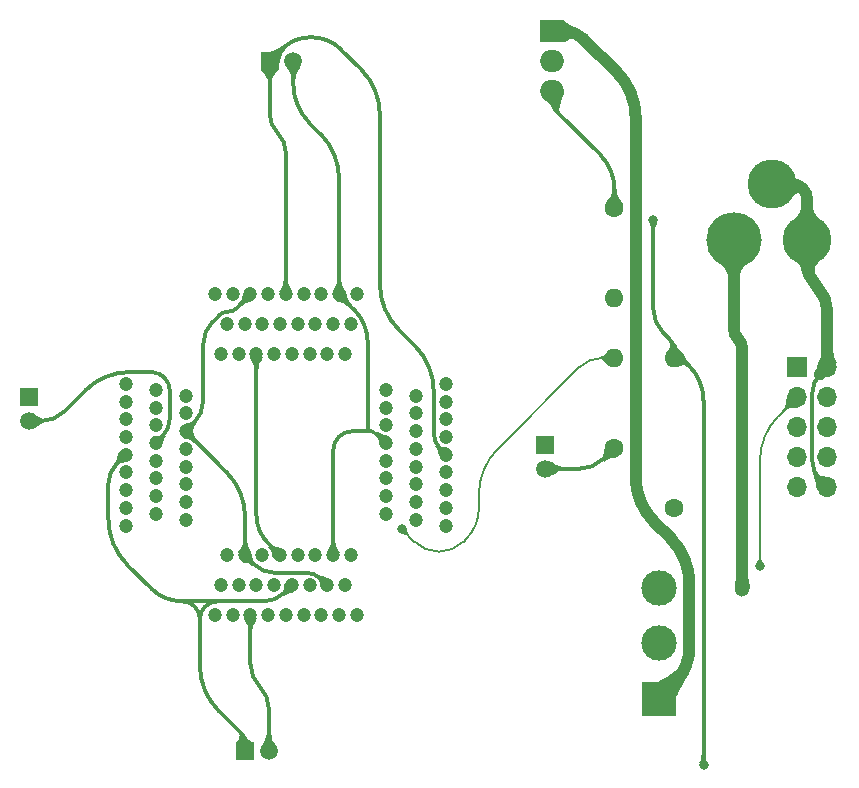
<source format=gbl>
%TF.GenerationSoftware,KiCad,Pcbnew,8.0.7*%
%TF.CreationDate,2025-02-06T16:04:56+02:00*%
%TF.ProjectId,EPM570 Programmer,45504d35-3730-4205-9072-6f6772616d6d,V0*%
%TF.SameCoordinates,Original*%
%TF.FileFunction,Copper,L2,Bot*%
%TF.FilePolarity,Positive*%
%FSLAX46Y46*%
G04 Gerber Fmt 4.6, Leading zero omitted, Abs format (unit mm)*
G04 Created by KiCad (PCBNEW 8.0.7) date 2025-02-06 16:04:56*
%MOMM*%
%LPD*%
G01*
G04 APERTURE LIST*
%TA.AperFunction,ComponentPad*%
%ADD10R,1.500000X1.500000*%
%TD*%
%TA.AperFunction,ComponentPad*%
%ADD11C,1.500000*%
%TD*%
%TA.AperFunction,ComponentPad*%
%ADD12C,4.700000*%
%TD*%
%TA.AperFunction,ComponentPad*%
%ADD13C,4.150000*%
%TD*%
%TA.AperFunction,ComponentPad*%
%ADD14R,3.000000X3.000000*%
%TD*%
%TA.AperFunction,ComponentPad*%
%ADD15C,3.000000*%
%TD*%
%TA.AperFunction,ComponentPad*%
%ADD16R,2.000000X1.905000*%
%TD*%
%TA.AperFunction,ComponentPad*%
%ADD17O,2.000000X1.905000*%
%TD*%
%TA.AperFunction,ComponentPad*%
%ADD18C,1.600000*%
%TD*%
%TA.AperFunction,ComponentPad*%
%ADD19O,1.600000X1.600000*%
%TD*%
%TA.AperFunction,ComponentPad*%
%ADD20R,1.700000X1.700000*%
%TD*%
%TA.AperFunction,ComponentPad*%
%ADD21O,1.700000X1.700000*%
%TD*%
%TA.AperFunction,ComponentPad*%
%ADD22C,1.200000*%
%TD*%
%TA.AperFunction,ViaPad*%
%ADD23C,1.300000*%
%TD*%
%TA.AperFunction,ViaPad*%
%ADD24C,0.800000*%
%TD*%
%TA.AperFunction,Conductor*%
%ADD25C,0.380000*%
%TD*%
%TA.AperFunction,Conductor*%
%ADD26C,1.000000*%
%TD*%
%TA.AperFunction,Conductor*%
%ADD27C,0.200000*%
%TD*%
G04 APERTURE END LIST*
D10*
%TO.P,C1,1*%
%TO.N,/VCCINT*%
X10356000Y20320000D03*
D11*
%TO.P,C1,2*%
%TO.N,/GND*%
X12356000Y20320000D03*
%TD*%
D12*
%TO.P,J2,INNER,VCC*%
%TO.N,/12V Socket*%
X49657000Y5207000D03*
D13*
%TO.P,J2,SHL1,GND*%
%TO.N,/GND*%
X52857000Y9907000D03*
%TO.P,J2,SHL2,GND*%
X55857000Y5207000D03*
%TD*%
D14*
%TO.P,S2,1,P1*%
%TO.N,/12V*%
X43344000Y-33638000D03*
D15*
%TO.P,S2,2,CM*%
%TO.N,/12V Socket*%
X43344000Y-28939000D03*
%TO.P,S2,3,P2*%
%TO.N,unconnected-(S2-P2-Pad3)*%
X43344000Y-24240000D03*
%TD*%
D16*
%TO.P,U1,1,IN*%
%TO.N,/12V*%
X34290000Y22860000D03*
D17*
%TO.P,U1,2,GND*%
%TO.N,/GND*%
X34290000Y20320000D03*
%TO.P,U1,3,OUT*%
%TO.N,/5V*%
X34290000Y17780000D03*
%TD*%
D18*
%TO.P,R1,1*%
%TO.N,Net-(J3-Pin_4)*%
X44614000Y-17509000D03*
D19*
%TO.P,R1,2*%
%TO.N,/5V*%
X44614000Y-4809000D03*
%TD*%
D10*
%TO.P,C3,1*%
%TO.N,/VCCIO*%
X33692000Y-12191000D03*
D11*
%TO.P,C3,2*%
%TO.N,/GND*%
X33692000Y-14191000D03*
%TD*%
D20*
%TO.P,J3,1,Pin_1*%
%TO.N,/TCK*%
X55028000Y-5571000D03*
D21*
%TO.P,J3,2,Pin_2*%
%TO.N,/GND*%
X57568000Y-5571000D03*
%TO.P,J3,3,Pin_3*%
%TO.N,/TDO*%
X55028000Y-8111000D03*
%TO.P,J3,4,Pin_4*%
%TO.N,Net-(J3-Pin_4)*%
X57568000Y-8111000D03*
%TO.P,J3,5,Pin_5*%
%TO.N,/TMS*%
X55028000Y-10651000D03*
%TO.P,J3,6,Pin_6*%
%TO.N,unconnected-(J3-Pin_6-Pad6)*%
X57568000Y-10651000D03*
%TO.P,J3,7,Pin_7*%
%TO.N,unconnected-(J3-Pin_7-Pad7)*%
X55028000Y-13191000D03*
%TO.P,J3,8,Pin_8*%
%TO.N,unconnected-(J3-Pin_8-Pad8)*%
X57568000Y-13191000D03*
%TO.P,J3,9,Pin_9*%
%TO.N,/TDI*%
X55028000Y-15731000D03*
%TO.P,J3,10,Pin_10*%
%TO.N,/GND*%
X57568000Y-15731000D03*
%TD*%
D18*
%TO.P,R2,1*%
%TO.N,/GND*%
X39534000Y-12429000D03*
D19*
%TO.P,R2,2*%
%TO.N,/TCK*%
X39534000Y-4809000D03*
%TD*%
D18*
%TO.P,R3,1*%
%TO.N,/5V*%
X39534000Y7891000D03*
D19*
%TO.P,R3,2*%
%TO.N,/TMS*%
X39534000Y271000D03*
%TD*%
D22*
%TO.P,J1,100,100*%
%TO.N,/IO100*%
X5730000Y580000D03*
%TO.P,J1,99,99*%
%TO.N,/IO99*%
X6230000Y-4500000D03*
%TO.P,J1,98,98*%
%TO.N,/IO98*%
X6730000Y-1960000D03*
%TO.P,J1,97,97*%
%TO.N,/IO97*%
X7230000Y580000D03*
%TO.P,J1,96,96*%
%TO.N,/IO96*%
X7730000Y-4500000D03*
%TO.P,J1,95,95*%
%TO.N,/IO95*%
X8230000Y-1960000D03*
%TO.P,J1,94,94*%
%TO.N,/VCCIO*%
X8730000Y580000D03*
%TO.P,J1,93,93*%
%TO.N,/GND*%
X9230000Y-4500000D03*
%TO.P,J1,92,92*%
%TO.N,/IO92*%
X9730000Y-1960000D03*
%TO.P,J1,91,91*%
%TO.N,/IO91*%
X10230000Y580000D03*
%TO.P,J1,90,90*%
%TO.N,/IO90*%
X10730000Y-4500000D03*
%TO.P,J1,89,89*%
%TO.N,/IO89*%
X11230000Y-1960000D03*
%TO.P,J1,88,88*%
%TO.N,/VCCINT*%
X11730000Y580000D03*
%TO.P,J1,87,87*%
%TO.N,/IO87*%
X12230000Y-4500000D03*
%TO.P,J1,86,86*%
%TO.N,/IO86*%
X12730000Y-1960000D03*
%TO.P,J1,85,85*%
%TO.N,/IO85*%
X13230000Y580000D03*
%TO.P,J1,84,84*%
%TO.N,/IO84*%
X13730000Y-4500000D03*
%TO.P,J1,83,83*%
%TO.N,/IO83*%
X14230000Y-1960000D03*
%TO.P,J1,82,82*%
%TO.N,/IO82*%
X14730000Y580000D03*
%TO.P,J1,81,81*%
%TO.N,/IO81*%
X15230000Y-4500000D03*
%TO.P,J1,80,80*%
%TO.N,/VCCIO*%
X15730000Y-1960000D03*
%TO.P,J1,79,79*%
%TO.N,/GND*%
X16230000Y580000D03*
%TO.P,J1,78,78*%
%TO.N,/IO78*%
X16730000Y-4500000D03*
%TO.P,J1,77,77*%
%TO.N,/IO77*%
X17230000Y-1960000D03*
%TO.P,J1,76,76*%
%TO.N,/IO76*%
X17730000Y580000D03*
%TO.P,J1,75,75*%
%TO.N,/IO75*%
X25310000Y-7000000D03*
%TO.P,J1,74,74*%
%TO.N,/IO74*%
X20230000Y-7500000D03*
%TO.P,J1,73,73*%
%TO.N,/IO73*%
X22770000Y-8000000D03*
%TO.P,J1,72,72*%
%TO.N,/IO72*%
X25310000Y-8500000D03*
%TO.P,J1,71,71*%
%TO.N,/IO71*%
X20230000Y-9000000D03*
%TO.P,J1,70,70*%
%TO.N,/IO70*%
X22770000Y-9500000D03*
%TO.P,J1,69,69*%
%TO.N,/IO69*%
X25310000Y-10000000D03*
%TO.P,J1,68,68*%
%TO.N,/IO68*%
X20230000Y-10500000D03*
%TO.P,J1,67,67*%
%TO.N,/IO67*%
X22770000Y-11000000D03*
%TO.P,J1,66,66*%
%TO.N,/IO66*%
X25310000Y-11500000D03*
%TO.P,J1,65,65*%
%TO.N,/GND*%
X20230000Y-12000000D03*
%TO.P,J1,64,64*%
%TO.N,/IO64{slash}GCLK3*%
X22770000Y-12500000D03*
%TO.P,J1,63,63*%
%TO.N,/VCCINT*%
X25310000Y-13000000D03*
%TO.P,J1,62,62*%
%TO.N,/IO62{slash}GCLK2*%
X20230000Y-13500000D03*
%TO.P,J1,61,61*%
%TO.N,/IO61*%
X22770000Y-14000000D03*
%TO.P,J1,60,60*%
%TO.N,/GND*%
X25310000Y-14500000D03*
%TO.P,J1,59,59*%
%TO.N,/VCCIO*%
X20230000Y-15000000D03*
%TO.P,J1,58,58*%
%TO.N,/IO58*%
X22770000Y-15500000D03*
%TO.P,J1,57,57*%
%TO.N,/IO57*%
X25310000Y-16000000D03*
%TO.P,J1,56,56*%
%TO.N,/IO56*%
X20230000Y-16500000D03*
%TO.P,J1,55,55*%
%TO.N,/IO55*%
X22770000Y-17000000D03*
%TO.P,J1,54,54*%
%TO.N,/IO54*%
X25310000Y-17500000D03*
%TO.P,J1,53,53*%
%TO.N,/IO53*%
X20230000Y-18000000D03*
%TO.P,J1,52,52*%
%TO.N,/IO52*%
X22770000Y-18500000D03*
%TO.P,J1,51,51*%
%TO.N,/IO51*%
X25310000Y-19000000D03*
%TO.P,J1,50,50*%
%TO.N,/IO50*%
X17730000Y-26580000D03*
%TO.P,J1,49,49*%
%TO.N,/IO49*%
X17230000Y-21500000D03*
%TO.P,J1,48,48*%
%TO.N,/IO48*%
X16730000Y-24040000D03*
%TO.P,J1,47,47*%
%TO.N,/IO47*%
X16230000Y-26580000D03*
%TO.P,J1,46,46*%
%TO.N,/GND*%
X15730000Y-21500000D03*
%TO.P,J1,45,45*%
%TO.N,/VCCIO*%
X15230000Y-24040000D03*
%TO.P,J1,44,44*%
%TO.N,/IO44{slash}DEV CLR*%
X14730000Y-26580000D03*
%TO.P,J1,43,43*%
%TO.N,/IO43{slash}DEV OE*%
X14230000Y-21500000D03*
%TO.P,J1,42,42*%
%TO.N,/IO42*%
X13730000Y-24040000D03*
%TO.P,J1,41,41*%
%TO.N,/IO41*%
X13230000Y-26580000D03*
%TO.P,J1,40,40*%
%TO.N,/IO40*%
X12730000Y-21500000D03*
%TO.P,J1,39,39*%
%TO.N,/VCCINT*%
X12230000Y-24040000D03*
%TO.P,J1,38,38*%
%TO.N,/IO38*%
X11730000Y-26580000D03*
%TO.P,J1,37,37*%
%TO.N,/GND*%
X11230000Y-21500000D03*
%TO.P,J1,36,36*%
%TO.N,/IO36*%
X10730000Y-24040000D03*
%TO.P,J1,35,35*%
%TO.N,/IO35*%
X10230000Y-26580000D03*
%TO.P,J1,34,34*%
%TO.N,/IO34*%
X9730000Y-21500000D03*
%TO.P,J1,33,33*%
%TO.N,/IO33*%
X9230000Y-24040000D03*
%TO.P,J1,32,32*%
%TO.N,/GND*%
X8730000Y-26580000D03*
%TO.P,J1,31,31*%
%TO.N,/VCCIO*%
X8230000Y-21500000D03*
%TO.P,J1,30,30*%
%TO.N,/IO30*%
X7730000Y-24040000D03*
%TO.P,J1,29,29*%
%TO.N,/IO29*%
X7230000Y-26580000D03*
%TO.P,J1,28,28*%
%TO.N,/IO28*%
X6730000Y-21500000D03*
%TO.P,J1,27,27*%
%TO.N,/IO27*%
X6230000Y-24040000D03*
%TO.P,J1,26,26*%
%TO.N,/IO26*%
X5730000Y-26580000D03*
%TO.P,J1,25,25*%
%TO.N,/TDO*%
X-1850000Y-19000000D03*
%TO.P,J1,24,24*%
%TO.N,/TCK*%
X3230000Y-18500000D03*
%TO.P,J1,23,23*%
%TO.N,/TDI*%
X690000Y-18000000D03*
%TO.P,J1,22,22*%
%TO.N,/TMS*%
X-1850000Y-17500000D03*
%TO.P,J1,21,21*%
%TO.N,/IO21*%
X3230000Y-17000000D03*
%TO.P,J1,20,20*%
%TO.N,/IO20*%
X690000Y-16500000D03*
%TO.P,J1,19,19*%
%TO.N,/IO19*%
X-1850000Y-16000000D03*
%TO.P,J1,18,18*%
%TO.N,/IO18*%
X3230000Y-15500000D03*
%TO.P,J1,17,17*%
%TO.N,/IO17*%
X690000Y-15000000D03*
%TO.P,J1,16,16*%
%TO.N,/IO16*%
X-1850000Y-14500000D03*
%TO.P,J1,15,15*%
%TO.N,/IO15*%
X3230000Y-14000000D03*
%TO.P,J1,14,14*%
%TO.N,/IO14{slash}GCLK1*%
X690000Y-13500000D03*
%TO.P,J1,13,13*%
%TO.N,/VCCINT*%
X-1850000Y-13000000D03*
%TO.P,J1,12,12*%
%TO.N,/IO12{slash}GCLK0*%
X3230000Y-12500000D03*
%TO.P,J1,11,11*%
%TO.N,/GND*%
X690000Y-12000000D03*
%TO.P,J1,10,10*%
X-1850000Y-11500000D03*
%TO.P,J1,9,9*%
%TO.N,/VCCIO*%
X3230000Y-11000000D03*
%TO.P,J1,8,8*%
%TO.N,/IO8*%
X690000Y-10500000D03*
%TO.P,J1,7,7*%
%TO.N,/IO7*%
X-1850000Y-10000000D03*
%TO.P,J1,6,6*%
%TO.N,/IO6*%
X3230000Y-9500000D03*
%TO.P,J1,5,5*%
%TO.N,/IO5*%
X690000Y-9000000D03*
%TO.P,J1,4,4*%
%TO.N,/IO4*%
X-1850000Y-8500000D03*
%TO.P,J1,3,3*%
%TO.N,/IO3*%
X3230000Y-8000000D03*
%TO.P,J1,2,2*%
%TO.N,/IO2*%
X690000Y-7500000D03*
%TO.P,J1,1,1*%
%TO.N,/IO1*%
X-1850000Y-7000000D03*
%TD*%
D10*
%TO.P,C2,1*%
%TO.N,/VCCINT*%
X8292000Y-38083000D03*
D11*
%TO.P,C2,2*%
%TO.N,/GND*%
X10292000Y-38083000D03*
%TD*%
D10*
%TO.P,C4,1*%
%TO.N,/VCCIO*%
X-9996000Y-8127000D03*
D11*
%TO.P,C4,2*%
%TO.N,/GND*%
X-9996000Y-10127000D03*
%TD*%
D23*
%TO.N,/12V Socket*%
X50376500Y-24385200D03*
D24*
%TO.N,/5V*%
X47085700Y-39224700D03*
X42813900Y6887400D03*
%TO.N,/TCK*%
X21542400Y-19287800D03*
%TO.N,/TDO*%
X51862000Y-22438300D03*
%TD*%
D25*
%TO.N,/5V*%
X34290000Y17107900D02*
G75*
G03*
X34765245Y15960552I1622600J0D01*
G01*
X45849850Y-5448950D02*
G75*
G02*
X47085718Y-8432555I-2983650J-2983650D01*
G01*
X44192670Y-3195970D02*
G75*
G02*
X44614038Y-4213150I-1017170J-1017230D01*
G01*
X38366990Y12358809D02*
G75*
G02*
X39534005Y9541400I-2817390J-2817409D01*
G01*
X42813900Y-544337D02*
G75*
G03*
X43713961Y-2717239I3073000J37D01*
G01*
%TO.N,/VCCINT*%
X24243800Y-11179882D02*
G75*
G03*
X24776895Y-12466905I1820100J-18D01*
G01*
X11550000Y-24720000D02*
G75*
G02*
X9908334Y-25400014I-1641700J1641700D01*
G01*
X16420235Y21298764D02*
G75*
G03*
X13877500Y22351991I-2542735J-2542764D01*
G01*
X10356000Y15888564D02*
G75*
G03*
X11043001Y14230001I2345550J-4D01*
G01*
X4445000Y-30840336D02*
G75*
G03*
X6038792Y-34688092I5441552J1D01*
G01*
X19685000Y1445363D02*
G75*
G03*
X21278790Y-2402394I5441550J-3D01*
G01*
X-2576000Y-13726000D02*
G75*
G03*
X-3302000Y-15478719I1752726J-1752722D01*
G01*
X-3302000Y-18447036D02*
G75*
G03*
X-1708206Y-22294791I5441560J6D01*
G01*
X11043000Y14230000D02*
G75*
G02*
X11730015Y12571435I-1658600J-1658600D01*
G01*
X18091207Y19627792D02*
G75*
G02*
X19685001Y15780036I-3847767J-3847762D01*
G01*
X4445000Y-26924000D02*
G75*
G03*
X2921000Y-25400000I-1524000J0D01*
G01*
X5969000Y-25400000D02*
G75*
G03*
X4445000Y-26924000I0J-1524000D01*
G01*
X13824840Y22352000D02*
G75*
G03*
X11372000Y21336000I0J-3468840D01*
G01*
X22650007Y-3773607D02*
G75*
G02*
X24243811Y-7621363I-3847807J-3847793D01*
G01*
X7888348Y-36537648D02*
G75*
G02*
X8292022Y-37512150I-974548J-974552D01*
G01*
X319369Y-24322369D02*
G75*
G03*
X2921000Y-25399998I2601631J2601639D01*
G01*
X2921000Y-25400000D02*
X5969000Y-25400000D01*
%TO.N,/GND*%
X14636206Y14192792D02*
G75*
G02*
X16230003Y10345036I-3847756J-3847762D01*
G01*
X9230000Y-18085786D02*
G75*
G03*
X10229999Y-20500001I3414210J-4D01*
G01*
D26*
X55487000Y9537000D02*
G75*
G03*
X54593740Y9907017I-893300J-893300D01*
G01*
D25*
X-1450036Y-5990000D02*
G75*
G03*
X-5297792Y-7583792I1J-5441552D01*
G01*
D26*
X55487000Y9537000D02*
G75*
G02*
X55857017Y8643740I-893300J-893300D01*
G01*
X56712500Y1199500D02*
G75*
G02*
X57568017Y-865859I-2065400J-2065400D01*
G01*
D25*
X19439577Y-11209577D02*
G75*
G03*
X18953650Y-11008334I-485877J-485923D01*
G01*
X9511000Y-32625000D02*
G75*
G02*
X10292000Y-34510500I-1885500J-1885500D01*
G01*
X8730000Y-30739499D02*
G75*
G03*
X9511000Y-32625000I2666500J-1D01*
G01*
X18384350Y-11008300D02*
G75*
G03*
X18669000Y-10723650I-50J284700D01*
G01*
X18669000Y-10723650D02*
G75*
G03*
X18953650Y-11008300I284700J50D01*
G01*
X17347825Y-11008300D02*
G75*
G03*
X16203843Y-11482143I-25J-1617800D01*
G01*
X1441900Y-6453100D02*
G75*
G02*
X1904999Y-7571122I-1118020J-1118020D01*
G01*
X1441900Y-6453100D02*
G75*
G03*
X323877Y-5990001I-1118020J-1118020D01*
G01*
X17449500Y-639500D02*
G75*
G02*
X18668986Y-3583633I-2944100J-2944100D01*
G01*
X16203850Y-11482150D02*
G75*
G03*
X15730010Y-12626125I1143950J-1143950D01*
G01*
D26*
X55857000Y3264859D02*
G75*
G03*
X56712512Y1199512I2920900J41D01*
G01*
D25*
X12356000Y18396500D02*
G75*
G03*
X13716128Y15112889I4643700J0D01*
G01*
D26*
X57568000Y-4672974D02*
G75*
G02*
X56933008Y-6206008I-2168000J-26D01*
G01*
D25*
X56298000Y-13562974D02*
G75*
G03*
X56932992Y-15096008I2168000J-26D01*
G01*
X56933000Y-6206000D02*
G75*
G03*
X56298011Y-7739025I1533000J-1533000D01*
G01*
X38653000Y-13310000D02*
G75*
G02*
X36526077Y-14190991I-2126900J2126900D01*
G01*
X1905000Y-9925865D02*
G75*
G02*
X1297500Y-11392500I-2074146J4D01*
G01*
X-7079092Y-9365092D02*
G75*
G02*
X-8918500Y-10127000I-1839410J1839411D01*
G01*
X18953650Y-11008300D02*
X18384350Y-11008300D01*
D26*
X55857000Y6783000D02*
X55857000Y3631000D01*
D25*
%TO.N,/VCCIO*%
X14697600Y-23507600D02*
G75*
G03*
X13412272Y-22975211I-1285300J-1285300D01*
G01*
X6686107Y-14456107D02*
G75*
G02*
X8279904Y-18303863I-3847757J-3847763D01*
G01*
X6806800Y-893800D02*
G75*
G03*
X6039636Y-1211583I0J-1084900D01*
G01*
X8992550Y-22262550D02*
G75*
G03*
X10713039Y-22975200I1720490J1720490D01*
G01*
X7573973Y-576026D02*
G75*
G02*
X6806800Y-893813I-767173J767126D01*
G01*
X4711300Y-8471262D02*
G75*
G02*
X3970649Y-10259349I-2528740J2D01*
G01*
X5534350Y-1716850D02*
G75*
G03*
X4711304Y-3703868I1987010J-1987010D01*
G01*
D26*
%TO.N,/12V*%
X41335700Y-14857936D02*
G75*
G03*
X42929490Y-18705694I5441550J-4D01*
G01*
X36999407Y22152292D02*
G75*
G03*
X35290850Y22860025I-1708607J-1708592D01*
G01*
X44300207Y-20076407D02*
G75*
G02*
X45894011Y-23924163I-3847807J-3847793D01*
G01*
X45894000Y-29284877D02*
G75*
G02*
X44619007Y-32363007I-4353100J-23D01*
G01*
X39741907Y19409792D02*
G75*
G02*
X41335710Y15562036I-3847807J-3847792D01*
G01*
%TO.N,/12V Socket*%
X49657000Y-2327736D02*
G75*
G03*
X50016761Y-3196239I1228300J36D01*
G01*
X50016750Y-3196250D02*
G75*
G02*
X50376515Y-4064763I-868550J-868550D01*
G01*
D27*
%TO.N,/TCK*%
X38444500Y-4809000D02*
G75*
G03*
X36584605Y-5579390I0J-2630300D01*
G01*
X26772225Y-20344774D02*
G75*
G02*
X24685800Y-21208985I-2086425J2086474D01*
G01*
X22599374Y-20344774D02*
G75*
G03*
X24685800Y-21208986I2086426J2086474D01*
G01*
X29660792Y-12503207D02*
G75*
G03*
X28066959Y-16350963I3847708J-3847793D01*
G01*
X28067000Y-17523356D02*
G75*
G02*
X26987503Y-20129503I-3685650J-4D01*
G01*
%TO.N,/TDO*%
X53445000Y-9694000D02*
G75*
G03*
X51862000Y-13515700I3821700J-3821700D01*
G01*
D25*
%TO.N,/VCCINT*%
X24243800Y-11179882D02*
X24243800Y-7621363D01*
X24776900Y-12466900D02*
X25310000Y-13000000D01*
X19685000Y1445363D02*
X19685000Y15780036D01*
X16420235Y21298764D02*
X18091207Y19627792D01*
X21278792Y-2402392D02*
X22650007Y-3773607D01*
X11372000Y21336000D02*
X10356000Y20320000D01*
X13877500Y22352000D02*
X13824840Y22352000D01*
%TO.N,/GND*%
X16230000Y10345036D02*
X16230000Y580000D01*
X12356000Y18396500D02*
X12356000Y20320000D01*
X14636206Y14192792D02*
X13716119Y15112880D01*
%TO.N,/VCCINT*%
X10356000Y15888564D02*
X10356000Y20320000D01*
X11730000Y12571435D02*
X11730000Y580000D01*
X-1708207Y-22294792D02*
X319369Y-24322369D01*
X-3302000Y-15478719D02*
X-3302000Y-18447036D01*
X-2576000Y-13726000D02*
X-1850000Y-13000000D01*
%TO.N,/GND*%
X18384350Y-11008300D02*
X17347825Y-11008300D01*
X18669000Y-10723650D02*
X18669000Y-3583633D01*
X17449500Y-639500D02*
X16230000Y580000D01*
X15730000Y-12626125D02*
X15730000Y-21500000D01*
X10292000Y-34510500D02*
X10292000Y-38083000D01*
X8730000Y-30739499D02*
X8730000Y-26580000D01*
D27*
%TO.N,/TCK*%
X21542400Y-19287800D02*
X22599374Y-20344774D01*
X26772225Y-20344774D02*
X26987500Y-20129500D01*
X28067000Y-16350963D02*
X28067000Y-17523356D01*
X36584607Y-5579392D02*
X29660792Y-12503207D01*
X38444500Y-4809000D02*
X39534000Y-4809000D01*
%TO.N,/TDO*%
X51862000Y-13515700D02*
X51862000Y-22438300D01*
X53445000Y-9694000D02*
X55028000Y-8111000D01*
D26*
%TO.N,/12V*%
X44619000Y-32363000D02*
X43344000Y-33638000D01*
X45894000Y-23924163D02*
X45894000Y-29284877D01*
X42929492Y-18705692D02*
X44300207Y-20076407D01*
X41335700Y-14857936D02*
X41335700Y15562036D01*
X36999407Y22152292D02*
X39741907Y19409792D01*
X35290850Y22860000D02*
X34290000Y22860000D01*
%TO.N,/12V Socket*%
X50376500Y-24385200D02*
X50376500Y-4064763D01*
X49657000Y-2327736D02*
X49657000Y5207000D01*
D25*
%TO.N,/5V*%
X39534000Y9541400D02*
X39534000Y7891000D01*
X34765246Y15960553D02*
X38366990Y12358809D01*
X45849850Y-5448950D02*
X44614000Y-4213100D01*
X47085700Y-8432555D02*
X47085700Y-39224700D01*
X42813900Y6887400D02*
X42813900Y-544337D01*
X44192670Y-3195970D02*
X43713950Y-2717250D01*
%TO.N,/VCCINT*%
X9908334Y-25400000D02*
X5969000Y-25400000D01*
X11550000Y-24720000D02*
X12230000Y-24040000D01*
X8292000Y-37512150D02*
X8292000Y-38083000D01*
X6038792Y-34688092D02*
X7888348Y-36537648D01*
X4445000Y-30840336D02*
X4445000Y-26924000D01*
%TO.N,/GND*%
X56298000Y-13562974D02*
X56298000Y-7739025D01*
X56933000Y-15096000D02*
X57568000Y-15731000D01*
D26*
X54593740Y9907000D02*
X52857000Y9907000D01*
X55857000Y8643740D02*
X55857000Y6783000D01*
X57568000Y-865859D02*
X57568000Y-4672974D01*
X55857000Y3631000D02*
X55857000Y3264859D01*
D25*
X38653000Y-13310000D02*
X39534000Y-12429000D01*
X36526077Y-14191000D02*
X33692000Y-14191000D01*
X-8918500Y-10127000D02*
X-9996000Y-10127000D01*
X-5297792Y-7583792D02*
X-7079092Y-9365092D01*
X-1450036Y-5990000D02*
X323877Y-5990000D01*
X1905000Y-7571122D02*
X1905000Y-9925865D01*
X1297500Y-11392500D02*
X690000Y-12000000D01*
X10230000Y-20500000D02*
X11230000Y-21500000D01*
X9230000Y-18085786D02*
X9230000Y-4500000D01*
X19439577Y-11209577D02*
X20230000Y-12000000D01*
%TO.N,/VCCIO*%
X8992550Y-22262550D02*
X8279900Y-21549900D01*
X13412272Y-22975200D02*
X10713039Y-22975200D01*
X14697600Y-23507600D02*
X15230000Y-24040000D01*
X3230000Y-11000000D02*
X3970650Y-10259350D01*
X4711300Y-8471262D02*
X4711300Y-3703868D01*
X6039626Y-1211573D02*
X5534350Y-1716850D01*
X7573973Y-576026D02*
X8730000Y580000D01*
X6686107Y-14456107D02*
X3230000Y-11000000D01*
X8279900Y-18303863D02*
X8279900Y-21549900D01*
%TD*%
%TA.AperFunction,Conductor*%
%TO.N,/5V*%
G36*
X35257963Y17596784D02*
G01*
X35265451Y17591874D01*
X35267275Y17583106D01*
X35266710Y17581115D01*
X35193589Y17389647D01*
X35115481Y17139368D01*
X35115480Y17139363D01*
X35037371Y16843339D01*
X34959259Y16501545D01*
X34881875Y16117605D01*
X34878535Y16111502D01*
X34752223Y15989486D01*
X34618255Y15860076D01*
X34609926Y15856794D01*
X34601713Y15860363D01*
X34600200Y15862302D01*
X34376383Y16221682D01*
X34144918Y16547591D01*
X33913454Y16827750D01*
X33681989Y17062159D01*
X33463129Y17240545D01*
X33458882Y17248427D01*
X33461453Y17257005D01*
X33464273Y17259504D01*
X34285405Y17778254D01*
X34293837Y17779858D01*
X35257963Y17596784D01*
G37*
%TD.AperFunction*%
%TD*%
%TA.AperFunction,Conductor*%
%TO.N,/5V*%
G36*
X44438007Y-3184365D02*
G01*
X44438259Y-3184725D01*
X44612022Y-3443785D01*
X44612462Y-3444494D01*
X44727656Y-3645940D01*
X44827493Y-3819864D01*
X44961568Y-4005718D01*
X44961572Y-4005722D01*
X44961574Y-4005725D01*
X45172113Y-4235067D01*
X45175183Y-4243479D01*
X45171777Y-4251242D01*
X44620118Y-4804263D01*
X44611849Y-4807700D01*
X44607351Y-4806806D01*
X44298639Y-4678697D01*
X43886666Y-4507737D01*
X43880339Y-4501402D01*
X43880345Y-4492448D01*
X43880759Y-4491555D01*
X44015744Y-4231484D01*
X44016270Y-4230578D01*
X44152094Y-4019869D01*
X44242578Y-3834146D01*
X44246787Y-3638605D01*
X44128614Y-3406907D01*
X44127909Y-3397981D01*
X44132159Y-3392129D01*
X44421666Y-3181776D01*
X44430372Y-3179686D01*
X44438007Y-3184365D01*
G37*
%TD.AperFunction*%
%TD*%
%TA.AperFunction,Conductor*%
%TO.N,/VCCINT*%
G36*
X8147700Y-36546338D02*
G01*
X8147938Y-36546679D01*
X8290217Y-36757932D01*
X8292882Y-36761889D01*
X8444599Y-36954160D01*
X8596316Y-37113435D01*
X8748033Y-37239715D01*
X8854104Y-37304934D01*
X8888409Y-37326027D01*
X8893662Y-37333280D01*
X8892248Y-37342122D01*
X8891379Y-37343351D01*
X8300764Y-38073696D01*
X8292897Y-38077974D01*
X8284309Y-38075437D01*
X8283392Y-38074611D01*
X7549253Y-37340255D01*
X7545827Y-37331981D01*
X7548244Y-37324864D01*
X7600348Y-37256976D01*
X7658696Y-37161662D01*
X7717043Y-37047058D01*
X7775391Y-36913164D01*
X7832501Y-36763230D01*
X7836554Y-36757935D01*
X8131358Y-36543748D01*
X8140064Y-36541659D01*
X8147700Y-36546338D01*
G37*
%TD.AperFunction*%
%TD*%
%TA.AperFunction,Conductor*%
%TO.N,/GND*%
G36*
X54837375Y10504254D02*
G01*
X54840107Y10502233D01*
X54961930Y10381041D01*
X55213493Y10265440D01*
X55213619Y10265381D01*
X55529183Y10115801D01*
X55530966Y10114754D01*
X55850326Y9886976D01*
X55852872Y9884498D01*
X56110269Y9543354D01*
X56112516Y9534686D01*
X56107976Y9526967D01*
X56106244Y9525884D01*
X55236479Y9082702D01*
X55234246Y9081564D01*
X55225319Y9080862D01*
X55221820Y9082700D01*
X55067724Y9200795D01*
X54873899Y9113395D01*
X54678370Y8912151D01*
X54563148Y8759308D01*
X54513288Y8693170D01*
X54418411Y8562988D01*
X54410769Y8558320D01*
X54402065Y8560424D01*
X54401281Y8561048D01*
X52872476Y9894001D01*
X52868493Y9902020D01*
X52871347Y9910508D01*
X52876775Y9914017D01*
X54828464Y10505136D01*
X54837375Y10504254D01*
G37*
%TD.AperFunction*%
%TD*%
%TA.AperFunction,Conductor*%
%TO.N,/GND*%
G36*
X55863302Y5194478D02*
G01*
X55868168Y5190250D01*
X56975951Y3485654D01*
X56977586Y3476849D01*
X56973563Y3470234D01*
X56853958Y3372093D01*
X56853952Y3372088D01*
X56739690Y3240237D01*
X56698576Y3192795D01*
X56698574Y3192793D01*
X56698574Y3192792D01*
X56563315Y2950588D01*
X56563314Y2950584D01*
X56495977Y2657080D01*
X56542980Y2333418D01*
X56540777Y2324739D01*
X56535265Y2320694D01*
X55611580Y1997475D01*
X55602642Y1997977D01*
X55596675Y2004654D01*
X55596667Y2004674D01*
X55462999Y2392589D01*
X55339521Y2741332D01*
X55223365Y3025308D01*
X55107845Y3230006D01*
X54992626Y3335121D01*
X54988824Y3343227D01*
X54989907Y3348704D01*
X55847754Y5188818D01*
X55854355Y5194868D01*
X55863302Y5194478D01*
G37*
%TD.AperFunction*%
%TD*%
%TA.AperFunction,Conductor*%
%TO.N,/GND*%
G36*
X58064702Y-3874542D02*
G01*
X58068128Y-3882685D01*
X58071881Y-4221352D01*
X58091060Y-4471444D01*
X58136830Y-4683872D01*
X58220464Y-4921086D01*
X58220475Y-4921116D01*
X58275999Y-5056811D01*
X58348890Y-5234948D01*
X58348851Y-5243903D01*
X58342550Y-5250184D01*
X57572489Y-5570134D01*
X57563534Y-5570143D01*
X57563511Y-5570134D01*
X56793449Y-5250184D01*
X56787124Y-5243845D01*
X56787109Y-5234948D01*
X56915524Y-4921116D01*
X56999172Y-4683860D01*
X57044938Y-4471444D01*
X57064116Y-4221364D01*
X57067872Y-3882685D01*
X57071390Y-3874451D01*
X57079571Y-3871115D01*
X58056429Y-3871115D01*
X58064702Y-3874542D01*
G37*
%TD.AperFunction*%
%TD*%
%TA.AperFunction,Conductor*%
%TO.N,/12V*%
G36*
X44967060Y-31069693D02*
G01*
X45815515Y-31559548D01*
X45820966Y-31566653D01*
X45819798Y-31575531D01*
X45819609Y-31575846D01*
X45629581Y-31882365D01*
X45433174Y-32229176D01*
X45236786Y-32605955D01*
X45040397Y-33012733D01*
X44846692Y-33443543D01*
X44840174Y-33449683D01*
X44837486Y-33450353D01*
X43356582Y-33637215D01*
X43347945Y-33634851D01*
X43343509Y-33627072D01*
X43343417Y-33625681D01*
X43342306Y-33450353D01*
X43334041Y-32145445D01*
X43337416Y-32137151D01*
X43340719Y-32134804D01*
X43659184Y-31983517D01*
X43984374Y-31799034D01*
X44309565Y-31584551D01*
X44634755Y-31340068D01*
X44953667Y-31070885D01*
X44962198Y-31068169D01*
X44967060Y-31069693D01*
G37*
%TD.AperFunction*%
%TD*%
%TA.AperFunction,Conductor*%
%TO.N,/VCCINT*%
G36*
X24719483Y-12105333D02*
G01*
X24845483Y-12266204D01*
X24845484Y-12266204D01*
X24845486Y-12266207D01*
X24981652Y-12338288D01*
X25134324Y-12360766D01*
X25315106Y-12380720D01*
X25317069Y-12381109D01*
X25527077Y-12442036D01*
X25534067Y-12447632D01*
X25535053Y-12456532D01*
X25534631Y-12457735D01*
X25312355Y-12996366D01*
X25306032Y-13002706D01*
X25306000Y-13002720D01*
X24766826Y-13225011D01*
X24757871Y-13224996D01*
X24751549Y-13218654D01*
X24751435Y-13218366D01*
X24667041Y-12994376D01*
X24666809Y-12993694D01*
X24614092Y-12822114D01*
X24568484Y-12673724D01*
X24501403Y-12508835D01*
X24501401Y-12508831D01*
X24389407Y-12297300D01*
X24388565Y-12288387D01*
X24393896Y-12281695D01*
X24704424Y-12102413D01*
X24713300Y-12101246D01*
X24719483Y-12105333D01*
G37*
%TD.AperFunction*%
%TD*%
%TA.AperFunction,Conductor*%
%TO.N,/VCCINT*%
G36*
X11379953Y21593792D02*
G01*
X11609430Y21314172D01*
X11612030Y21305603D01*
X11610733Y21301289D01*
X11512694Y21115524D01*
X11512689Y21115514D01*
X11411016Y20889259D01*
X11309338Y20629396D01*
X11207678Y20335980D01*
X11109803Y20021144D01*
X11104074Y20014261D01*
X11095157Y20013444D01*
X11094167Y20013801D01*
X10359718Y20317508D01*
X10353385Y20323833D01*
X10051476Y21056154D01*
X10051491Y21065106D01*
X10057834Y21071428D01*
X10060585Y21072186D01*
X10225603Y21096538D01*
X10311273Y21109181D01*
X10576778Y21181963D01*
X10842283Y21288344D01*
X11107788Y21428326D01*
X11364507Y21596163D01*
X11373306Y21597822D01*
X11379953Y21593792D01*
G37*
%TD.AperFunction*%
%TD*%
%TA.AperFunction,Conductor*%
%TO.N,/GND*%
G36*
X16417409Y1776573D02*
G01*
X16420804Y1769166D01*
X16438849Y1526034D01*
X16491123Y1352432D01*
X16570407Y1208769D01*
X16669989Y1045114D01*
X16670520Y1044140D01*
X16778917Y820759D01*
X16779446Y811820D01*
X16773499Y805125D01*
X16772900Y804855D01*
X16234492Y580868D01*
X16225541Y580855D01*
X15687112Y804850D01*
X15680792Y811190D01*
X15680806Y820145D01*
X15681082Y820759D01*
X15789477Y1044140D01*
X15790008Y1045114D01*
X15889591Y1208769D01*
X15889594Y1208774D01*
X15968875Y1352430D01*
X16021149Y1526032D01*
X16039196Y1769166D01*
X16043226Y1777163D01*
X16050864Y1780000D01*
X16409136Y1780000D01*
X16417409Y1776573D01*
G37*
%TD.AperFunction*%
%TD*%
%TA.AperFunction,Conductor*%
%TO.N,/GND*%
G36*
X12360491Y20319133D02*
G01*
X13037301Y20037812D01*
X13043625Y20031472D01*
X13043614Y20022517D01*
X13043264Y20021754D01*
X12900454Y19737592D01*
X12899716Y19736328D01*
X12763340Y19533057D01*
X12650663Y19355908D01*
X12650662Y19355907D01*
X12574182Y19140035D01*
X12546940Y18830674D01*
X12542801Y18822733D01*
X12535285Y18820000D01*
X12176715Y18820000D01*
X12168442Y18823427D01*
X12165060Y18830674D01*
X12137817Y19140035D01*
X12061336Y19355908D01*
X11948655Y19533061D01*
X11812271Y19736345D01*
X11811549Y19737581D01*
X11668734Y20021754D01*
X11668082Y20030685D01*
X11673935Y20037462D01*
X11674698Y20037812D01*
X12351509Y20319133D01*
X12360464Y20319144D01*
X12360491Y20319133D01*
G37*
%TD.AperFunction*%
%TD*%
%TA.AperFunction,Conductor*%
%TO.N,/VCCINT*%
G36*
X10364268Y20312720D02*
G01*
X10364279Y20312709D01*
X11096976Y19579035D01*
X11100397Y19570759D01*
X11096965Y19562488D01*
X11096211Y19561799D01*
X11043828Y19517909D01*
X10993999Y19476160D01*
X10881999Y19354240D01*
X10833753Y19289625D01*
X10770002Y19204244D01*
X10769995Y19204233D01*
X10657996Y19026154D01*
X10549322Y18826115D01*
X10542361Y18820481D01*
X10539041Y18820000D01*
X10172959Y18820000D01*
X10164686Y18823427D01*
X10162678Y18826115D01*
X10153979Y18842126D01*
X10053999Y19026160D01*
X9941999Y19204239D01*
X9830000Y19354240D01*
X9718000Y19476160D01*
X9615786Y19561800D01*
X9611646Y19569739D01*
X9614333Y19578281D01*
X9615011Y19579023D01*
X9983141Y19947644D01*
X10347721Y20312709D01*
X10355992Y20316141D01*
X10364268Y20312720D01*
G37*
%TD.AperFunction*%
%TD*%
%TA.AperFunction,Conductor*%
%TO.N,/VCCINT*%
G36*
X11917409Y1776573D02*
G01*
X11920804Y1769166D01*
X11938849Y1526034D01*
X11991123Y1352432D01*
X12070407Y1208769D01*
X12169989Y1045114D01*
X12170520Y1044140D01*
X12278917Y820759D01*
X12279446Y811820D01*
X12273499Y805125D01*
X12272900Y804855D01*
X11734492Y580868D01*
X11725541Y580855D01*
X11187112Y804850D01*
X11180792Y811190D01*
X11180806Y820145D01*
X11181082Y820759D01*
X11289477Y1044140D01*
X11290008Y1045114D01*
X11389591Y1208769D01*
X11389594Y1208774D01*
X11468875Y1352430D01*
X11521149Y1526032D01*
X11539196Y1769166D01*
X11543226Y1777163D01*
X11550864Y1780000D01*
X11909136Y1780000D01*
X11917409Y1776573D01*
G37*
%TD.AperFunction*%
%TD*%
%TA.AperFunction,Conductor*%
%TO.N,/VCCINT*%
G36*
X-2393147Y-12775000D02*
G01*
X-1853889Y-12997352D01*
X-1847550Y-13003671D01*
X-1625242Y-13542566D01*
X-1625255Y-13551520D01*
X-1631596Y-13557843D01*
X-1632517Y-13558178D01*
X-1863665Y-13631576D01*
X-1865218Y-13631955D01*
X-2055698Y-13664803D01*
X-2216743Y-13699427D01*
X-2216746Y-13699428D01*
X-2370092Y-13781830D01*
X-2531044Y-13950559D01*
X-2539234Y-13954180D01*
X-2546632Y-13951765D01*
X-2830892Y-13733646D01*
X-2835370Y-13725891D01*
X-2833360Y-13717662D01*
X-2690957Y-13513890D01*
X-2606216Y-13349881D01*
X-2606216Y-13349879D01*
X-2552343Y-13196708D01*
X-2496219Y-13016569D01*
X-2496010Y-13015957D01*
X-2408561Y-12781728D01*
X-2402457Y-12775176D01*
X-2393508Y-12774859D01*
X-2393147Y-12775000D01*
G37*
%TD.AperFunction*%
%TD*%
%TA.AperFunction,Conductor*%
%TO.N,/GND*%
G36*
X16781825Y804870D02*
G01*
X16788147Y798529D01*
X16788386Y797899D01*
X16869692Y563295D01*
X16870005Y562231D01*
X16915311Y376099D01*
X16960833Y218448D01*
X17046618Y58741D01*
X17046624Y58733D01*
X17131473Y-39720D01*
X17205786Y-125948D01*
X17208591Y-134451D01*
X17205196Y-141858D01*
X16951858Y-395196D01*
X16943585Y-398623D01*
X16935948Y-395786D01*
X16751265Y-236624D01*
X16751257Y-236618D01*
X16591549Y-150833D01*
X16505364Y-125947D01*
X16433907Y-105313D01*
X16377552Y-91596D01*
X16247767Y-60005D01*
X16246703Y-59692D01*
X16160052Y-29661D01*
X16012098Y21614D01*
X16005405Y27560D01*
X16004876Y36499D01*
X16005115Y37129D01*
X16227437Y576207D01*
X16233759Y582548D01*
X16233792Y582562D01*
X16772870Y804884D01*
X16781825Y804870D01*
G37*
%TD.AperFunction*%
%TD*%
%TA.AperFunction,Conductor*%
%TO.N,/GND*%
G36*
X15917409Y-20303427D02*
G01*
X15920804Y-20310834D01*
X15938849Y-20553964D01*
X15938850Y-20553967D01*
X15991124Y-20727568D01*
X16051346Y-20836690D01*
X16070407Y-20871229D01*
X16169989Y-21034884D01*
X16170520Y-21035858D01*
X16278917Y-21259240D01*
X16279446Y-21268179D01*
X16273499Y-21274874D01*
X16272885Y-21275150D01*
X15734494Y-21499130D01*
X15725539Y-21499144D01*
X15725506Y-21499130D01*
X15187114Y-21275150D01*
X15180792Y-21268809D01*
X15180806Y-21259854D01*
X15181082Y-21259240D01*
X15289477Y-21035858D01*
X15290008Y-21034884D01*
X15389594Y-20871225D01*
X15468875Y-20727568D01*
X15521149Y-20553967D01*
X15539196Y-20310834D01*
X15543226Y-20302837D01*
X15550864Y-20300000D01*
X15909136Y-20300000D01*
X15917409Y-20303427D01*
G37*
%TD.AperFunction*%
%TD*%
%TA.AperFunction,Conductor*%
%TO.N,/GND*%
G36*
X10479558Y-36586427D02*
G01*
X10482940Y-36593674D01*
X10510182Y-36903035D01*
X10586662Y-37118907D01*
X10586663Y-37118908D01*
X10699340Y-37296057D01*
X10835716Y-37499328D01*
X10836454Y-37500592D01*
X10979264Y-37784754D01*
X10979917Y-37793685D01*
X10974064Y-37800462D01*
X10973301Y-37800812D01*
X10296491Y-38082133D01*
X10287536Y-38082144D01*
X10287509Y-38082133D01*
X9610698Y-37800812D01*
X9604374Y-37794472D01*
X9604385Y-37785517D01*
X9604735Y-37784754D01*
X9747549Y-37500581D01*
X9748271Y-37499345D01*
X9884655Y-37296061D01*
X9997336Y-37118908D01*
X10073817Y-36903035D01*
X10101060Y-36593673D01*
X10105199Y-36585733D01*
X10112715Y-36583000D01*
X10471285Y-36583000D01*
X10479558Y-36586427D01*
G37*
%TD.AperFunction*%
%TD*%
%TA.AperFunction,Conductor*%
%TO.N,/GND*%
G36*
X9272885Y-26804849D02*
G01*
X9279207Y-26811190D01*
X9279193Y-26820145D01*
X9278917Y-26820759D01*
X9170520Y-27044140D01*
X9169989Y-27045114D01*
X9070407Y-27208769D01*
X8991123Y-27352432D01*
X8938849Y-27526034D01*
X8920804Y-27769166D01*
X8916774Y-27777163D01*
X8909136Y-27780000D01*
X8550864Y-27780000D01*
X8542591Y-27776573D01*
X8539196Y-27769166D01*
X8521149Y-27526034D01*
X8521149Y-27526032D01*
X8468875Y-27352430D01*
X8389594Y-27208774D01*
X8290008Y-27045114D01*
X8289477Y-27044140D01*
X8181082Y-26820759D01*
X8180553Y-26811820D01*
X8186500Y-26805125D01*
X8187086Y-26804861D01*
X8725507Y-26580868D01*
X8734458Y-26580855D01*
X9272885Y-26804849D01*
G37*
%TD.AperFunction*%
%TD*%
%TA.AperFunction,Conductor*%
%TO.N,/TCK*%
G36*
X21909284Y-19139530D02*
G01*
X21915602Y-19145877D01*
X21915892Y-19146660D01*
X21967176Y-19301946D01*
X21967551Y-19303380D01*
X21992452Y-19431350D01*
X22016443Y-19540857D01*
X22033323Y-19576489D01*
X22068768Y-19651308D01*
X22068770Y-19651311D01*
X22068771Y-19651312D01*
X22171923Y-19774564D01*
X22174605Y-19783108D01*
X22171224Y-19790346D01*
X22044946Y-19916624D01*
X22036673Y-19920051D01*
X22029164Y-19917323D01*
X21905912Y-19814171D01*
X21905911Y-19814170D01*
X21905908Y-19814168D01*
X21831089Y-19778723D01*
X21795457Y-19761843D01*
X21685950Y-19737852D01*
X21557980Y-19712951D01*
X21556546Y-19712576D01*
X21401260Y-19661292D01*
X21394479Y-19655443D01*
X21393819Y-19646513D01*
X21394103Y-19645744D01*
X21539837Y-19291602D01*
X21546153Y-19285257D01*
X21900331Y-19139509D01*
X21909284Y-19139530D01*
G37*
%TD.AperFunction*%
%TD*%
%TA.AperFunction,Conductor*%
%TO.N,/TCK*%
G36*
X39232301Y-4080822D02*
G01*
X39232924Y-4082098D01*
X39533124Y-4804380D01*
X39533135Y-4813334D01*
X39533125Y-4813359D01*
X39233144Y-5535368D01*
X39226805Y-5541693D01*
X39217850Y-5541684D01*
X39216150Y-5540808D01*
X38973795Y-5389733D01*
X38971197Y-5387529D01*
X38812549Y-5207077D01*
X38812172Y-5206626D01*
X38681044Y-5041438D01*
X38511543Y-4931815D01*
X38511544Y-4931815D01*
X38246686Y-4917735D01*
X38238606Y-4913873D01*
X38235708Y-4907580D01*
X38212211Y-4729101D01*
X38214529Y-4720452D01*
X38220780Y-4716274D01*
X38492791Y-4643357D01*
X38540184Y-4610542D01*
X38666705Y-4522941D01*
X38666706Y-4522940D01*
X38666707Y-4522939D01*
X38801102Y-4375687D01*
X38801639Y-4375137D01*
X38964445Y-4219484D01*
X38966757Y-4217765D01*
X39216357Y-4076406D01*
X39225242Y-4075312D01*
X39232301Y-4080822D01*
G37*
%TD.AperFunction*%
%TD*%
%TA.AperFunction,Conductor*%
%TO.N,/TDO*%
G36*
X51959566Y-21641727D02*
G01*
X51962947Y-21648965D01*
X51977158Y-21809058D01*
X52018262Y-21924162D01*
X52078734Y-22018566D01*
X52151611Y-22126655D01*
X52152360Y-22127935D01*
X52225900Y-22274002D01*
X52226560Y-22282932D01*
X52220711Y-22289713D01*
X52219952Y-22290062D01*
X51866502Y-22437423D01*
X51857548Y-22437444D01*
X51857498Y-22437423D01*
X51504046Y-22290062D01*
X51497728Y-22283715D01*
X51497749Y-22274761D01*
X51498083Y-22274034D01*
X51571646Y-22127920D01*
X51572378Y-22126669D01*
X51645261Y-22018571D01*
X51705738Y-21924160D01*
X51746840Y-21809061D01*
X51761053Y-21648964D01*
X51765198Y-21641028D01*
X51772707Y-21638300D01*
X51951293Y-21638300D01*
X51959566Y-21641727D01*
G37*
%TD.AperFunction*%
%TD*%
%TA.AperFunction,Conductor*%
%TO.N,/TDO*%
G36*
X54254654Y-7790654D02*
G01*
X55024215Y-8108438D01*
X55030552Y-8114761D01*
X55030562Y-8114785D01*
X55348342Y-8884337D01*
X55348333Y-8893292D01*
X55341994Y-8899617D01*
X55340887Y-8900011D01*
X54982491Y-9007410D01*
X54980361Y-9007837D01*
X54690518Y-9038446D01*
X54690393Y-9038459D01*
X54439621Y-9062230D01*
X54188545Y-9152763D01*
X53904797Y-9377327D01*
X53896183Y-9379774D01*
X53889263Y-9376426D01*
X53762573Y-9249736D01*
X53759146Y-9241463D01*
X53761671Y-9234204D01*
X53986234Y-8950455D01*
X54076769Y-8699374D01*
X54100540Y-8448586D01*
X54131160Y-8158635D01*
X54131587Y-8156507D01*
X54145992Y-8108437D01*
X54238988Y-7798109D01*
X54244645Y-7791171D01*
X54253554Y-7790263D01*
X54254654Y-7790654D01*
G37*
%TD.AperFunction*%
%TD*%
%TA.AperFunction,Conductor*%
%TO.N,/12V*%
G36*
X35297526Y23715609D02*
G01*
X35520029Y23547805D01*
X35520037Y23547800D01*
X35750061Y23401472D01*
X35750083Y23401459D01*
X35980094Y23282288D01*
X35980096Y23282287D01*
X36210133Y23190252D01*
X36210138Y23190250D01*
X36426760Y23129150D01*
X36433792Y23123606D01*
X36434845Y23114713D01*
X36434125Y23112812D01*
X36009078Y22230218D01*
X36002401Y22224252D01*
X35999871Y22223672D01*
X35863023Y22208018D01*
X35863019Y22208017D01*
X35719776Y22168138D01*
X35719772Y22168136D01*
X35719767Y22168135D01*
X35576511Y22104754D01*
X35506840Y22062501D01*
X35433254Y22017875D01*
X35348346Y21952455D01*
X35297944Y21913620D01*
X35289300Y21911286D01*
X35282737Y21914414D01*
X34298461Y22851520D01*
X34294834Y22859706D01*
X34298056Y22868061D01*
X34298901Y22868863D01*
X34597136Y23125368D01*
X35282852Y23715138D01*
X35291359Y23717935D01*
X35297526Y23715609D01*
G37*
%TD.AperFunction*%
%TD*%
%TA.AperFunction,Conductor*%
%TO.N,/12V Socket*%
G36*
X50873624Y-23088627D02*
G01*
X50877036Y-23096336D01*
X50892100Y-23408841D01*
X50929300Y-23637020D01*
X50929301Y-23637025D01*
X50973619Y-23833023D01*
X50973755Y-23833720D01*
X51010794Y-24060909D01*
X51010932Y-24062229D01*
X51025909Y-24372955D01*
X51022885Y-24381383D01*
X51014786Y-24385204D01*
X51014241Y-24385218D01*
X50376518Y-24386199D01*
X50376482Y-24386199D01*
X49738758Y-24385218D01*
X49730490Y-24381778D01*
X49727076Y-24373500D01*
X49727090Y-24372955D01*
X49742068Y-24062218D01*
X49742203Y-24060920D01*
X49779245Y-23833712D01*
X49779380Y-23833023D01*
X49823700Y-23637020D01*
X49860900Y-23408841D01*
X49875963Y-23096336D01*
X49879784Y-23088238D01*
X49887649Y-23085200D01*
X50865351Y-23085200D01*
X50873624Y-23088627D01*
G37*
%TD.AperFunction*%
%TD*%
%TA.AperFunction,Conductor*%
%TO.N,/12V Socket*%
G36*
X49662013Y5191267D02*
G01*
X49667571Y5185709D01*
X50653097Y3107581D01*
X50653546Y3098638D01*
X50649980Y3093550D01*
X50542673Y3004856D01*
X50542672Y3004854D01*
X50542670Y3004853D01*
X50410880Y2821617D01*
X50286254Y2561393D01*
X50193418Y2235936D01*
X50193417Y2235934D01*
X50158017Y1867581D01*
X50153815Y1859673D01*
X50146371Y1857000D01*
X49167629Y1857000D01*
X49159356Y1860427D01*
X49155983Y1867581D01*
X49120581Y2235934D01*
X49120581Y2235936D01*
X49027744Y2561394D01*
X48903117Y2821619D01*
X48771326Y3004856D01*
X48664018Y3093550D01*
X48659825Y3101462D01*
X48660901Y3107579D01*
X49646429Y5185709D01*
X49653070Y5191716D01*
X49662013Y5191267D01*
G37*
%TD.AperFunction*%
%TD*%
%TA.AperFunction,Conductor*%
%TO.N,/5V*%
G36*
X39721595Y9487573D02*
G01*
X39724973Y9480366D01*
X39755286Y9148913D01*
X39755289Y9148899D01*
X39839824Y8918966D01*
X39839830Y8918954D01*
X39963635Y8730673D01*
X40112282Y8514205D01*
X40113073Y8512872D01*
X40267400Y8208399D01*
X40268084Y8199470D01*
X40262254Y8192673D01*
X40261468Y8192311D01*
X39538487Y7891864D01*
X39529538Y7891854D01*
X38806543Y8192306D01*
X38800220Y8198644D01*
X38800231Y8207599D01*
X38800599Y8208399D01*
X38954924Y8512872D01*
X38955715Y8514205D01*
X39104362Y8730672D01*
X39228170Y8918957D01*
X39228171Y8918960D01*
X39228174Y8918966D01*
X39312709Y9148899D01*
X39312711Y9148904D01*
X39343027Y9480366D01*
X39347193Y9488292D01*
X39354678Y9491000D01*
X39713322Y9491000D01*
X39721595Y9487573D01*
G37*
%TD.AperFunction*%
%TD*%
%TA.AperFunction,Conductor*%
%TO.N,/5V*%
G36*
X45187473Y-4252071D02*
G01*
X45187920Y-4252544D01*
X45400168Y-4490414D01*
X45401138Y-4491662D01*
X45533103Y-4687322D01*
X45533566Y-4688066D01*
X45582558Y-4773942D01*
X45636117Y-4867825D01*
X45636123Y-4867834D01*
X45767436Y-5065842D01*
X45978496Y-5307850D01*
X45981351Y-5316337D01*
X45977854Y-5323909D01*
X45720916Y-5574897D01*
X45712603Y-5578227D01*
X45705974Y-5576073D01*
X45504737Y-5433436D01*
X45504738Y-5433436D01*
X45319127Y-5421313D01*
X45128115Y-5486060D01*
X44903901Y-5567959D01*
X44901517Y-5568555D01*
X44627318Y-5607126D01*
X44618648Y-5604885D01*
X44614102Y-5597170D01*
X44613988Y-5595550D01*
X44613964Y-5568555D01*
X44613306Y-4813144D01*
X44616725Y-4804869D01*
X45170927Y-4252050D01*
X45179205Y-4248634D01*
X45187473Y-4252071D01*
G37*
%TD.AperFunction*%
%TD*%
%TA.AperFunction,Conductor*%
%TO.N,/5V*%
G36*
X47272710Y-38428127D02*
G01*
X47276129Y-38435955D01*
X47282040Y-38591118D01*
X47301902Y-38708112D01*
X47336553Y-38806608D01*
X47336558Y-38806621D01*
X47387183Y-38917336D01*
X47387248Y-38917479D01*
X47450432Y-39060701D01*
X47450636Y-39069653D01*
X47444449Y-39076128D01*
X47444229Y-39076222D01*
X47090202Y-39223823D01*
X47081248Y-39223844D01*
X47081198Y-39223823D01*
X46727170Y-39076222D01*
X46720852Y-39069875D01*
X46720873Y-39060921D01*
X46720936Y-39060771D01*
X46784150Y-38917479D01*
X46834845Y-38806607D01*
X46869494Y-38708116D01*
X46889358Y-38591112D01*
X46895271Y-38435953D01*
X46899011Y-38427818D01*
X46906963Y-38424700D01*
X47264437Y-38424700D01*
X47272710Y-38428127D01*
G37*
%TD.AperFunction*%
%TD*%
%TA.AperFunction,Conductor*%
%TO.N,/5V*%
G36*
X42818402Y6886523D02*
G01*
X43172429Y6738922D01*
X43178747Y6732575D01*
X43178726Y6723621D01*
X43178632Y6723401D01*
X43115458Y6580203D01*
X43115393Y6580060D01*
X43064758Y6469321D01*
X43064753Y6469308D01*
X43030102Y6370812D01*
X43010240Y6253818D01*
X43004329Y6098655D01*
X43000589Y6090518D01*
X42992637Y6087400D01*
X42635163Y6087400D01*
X42626890Y6090827D01*
X42623471Y6098654D01*
X42623471Y6098655D01*
X42617558Y6253812D01*
X42597694Y6370816D01*
X42563045Y6469307D01*
X42512350Y6580179D01*
X42449166Y6723403D01*
X42448963Y6732353D01*
X42455150Y6738828D01*
X42455370Y6738922D01*
X42809398Y6886523D01*
X42818352Y6886544D01*
X42818402Y6886523D01*
G37*
%TD.AperFunction*%
%TD*%
%TA.AperFunction,Conductor*%
%TO.N,/VCCINT*%
G36*
X11687563Y-23815295D02*
G01*
X12226294Y-24037536D01*
X12232634Y-24043858D01*
X12232648Y-24043891D01*
X12454945Y-24583014D01*
X12454930Y-24591969D01*
X12448588Y-24598291D01*
X12448098Y-24598480D01*
X12229527Y-24677323D01*
X12228627Y-24677607D01*
X12058049Y-24723992D01*
X11912023Y-24767139D01*
X11912012Y-24767143D01*
X11756360Y-24840252D01*
X11565696Y-24970378D01*
X11556931Y-24972211D01*
X11549819Y-24967837D01*
X11331548Y-24683384D01*
X11329230Y-24674734D01*
X11332654Y-24667892D01*
X11486660Y-24517528D01*
X11557058Y-24372193D01*
X11581783Y-24219189D01*
X11606074Y-24039501D01*
X11606473Y-24037672D01*
X11671922Y-23822706D01*
X11677609Y-23815792D01*
X11686522Y-23814923D01*
X11687563Y-23815295D01*
G37*
%TD.AperFunction*%
%TD*%
%TA.AperFunction,Conductor*%
%TO.N,/GND*%
G36*
X56681707Y-14414668D02*
G01*
X56841791Y-14673959D01*
X56841792Y-14673960D01*
X56841793Y-14673961D01*
X57037732Y-14788373D01*
X57272692Y-14822852D01*
X57546657Y-14849987D01*
X57554055Y-14850720D01*
X57556063Y-14851098D01*
X57880596Y-14942143D01*
X57887636Y-14947677D01*
X57888701Y-14956568D01*
X57888249Y-14957876D01*
X57570238Y-15727430D01*
X57563911Y-15733768D01*
X57563890Y-15733777D01*
X56793955Y-16051634D01*
X56785000Y-16051623D01*
X56778675Y-16045284D01*
X56778516Y-16044875D01*
X56648670Y-15691094D01*
X56648336Y-15690025D01*
X56578468Y-15422294D01*
X56578343Y-15421757D01*
X56529700Y-15185865D01*
X56459620Y-14917317D01*
X56329271Y-14562152D01*
X56329638Y-14553206D01*
X56335777Y-14547313D01*
X56667278Y-14410005D01*
X56676229Y-14410005D01*
X56681707Y-14414668D01*
G37*
%TD.AperFunction*%
%TD*%
%TA.AperFunction,Conductor*%
%TO.N,/GND*%
G36*
X56354566Y8278573D02*
G01*
X56357947Y8271335D01*
X56390924Y7899965D01*
X56390926Y7899955D01*
X56478773Y7574236D01*
X56478778Y7574224D01*
X56599666Y7313259D01*
X56732702Y7125541D01*
X56732705Y7125537D01*
X56849737Y7025728D01*
X56853808Y7017752D01*
X56852391Y7011176D01*
X55867246Y5224581D01*
X55860250Y5218991D01*
X55851350Y5219985D01*
X55846754Y5224581D01*
X54861607Y7011178D01*
X54860614Y7020076D01*
X54864262Y7025728D01*
X54981293Y7125537D01*
X54981293Y7125538D01*
X54981296Y7125540D01*
X55114333Y7313261D01*
X55235222Y7574227D01*
X55235223Y7574232D01*
X55235225Y7574236D01*
X55323072Y7899955D01*
X55323074Y7899965D01*
X55356053Y8271335D01*
X55360198Y8279273D01*
X55367707Y8282000D01*
X56346293Y8282000D01*
X56354566Y8278573D01*
G37*
%TD.AperFunction*%
%TD*%
%TA.AperFunction,Conductor*%
%TO.N,/GND*%
G36*
X38807084Y-12127885D02*
G01*
X39530287Y-12426521D01*
X39536625Y-12432846D01*
X39536636Y-12432871D01*
X39835321Y-13156414D01*
X39835310Y-13165368D01*
X39828970Y-13171693D01*
X39828118Y-13172007D01*
X39541375Y-13265063D01*
X39539659Y-13265479D01*
X39312161Y-13302848D01*
X39312006Y-13302873D01*
X39277277Y-13308099D01*
X39114390Y-13332614D01*
X39114387Y-13332614D01*
X39114387Y-13332615D01*
X38907327Y-13406489D01*
X38659527Y-13570497D01*
X38650737Y-13572205D01*
X38643923Y-13568035D01*
X38420006Y-13287249D01*
X38417527Y-13278644D01*
X38420642Y-13271926D01*
X38613741Y-13067270D01*
X38686398Y-12870246D01*
X38697143Y-12663596D01*
X38711402Y-12423912D01*
X38711806Y-12421490D01*
X38791358Y-12135567D01*
X38796877Y-12128516D01*
X38805766Y-12127432D01*
X38807084Y-12127885D01*
G37*
%TD.AperFunction*%
%TD*%
%TA.AperFunction,Conductor*%
%TO.N,/GND*%
G36*
X33989482Y-13503385D02*
G01*
X33990245Y-13503735D01*
X34274408Y-13646546D01*
X34275669Y-13647282D01*
X34478940Y-13783658D01*
X34611801Y-13868165D01*
X34656090Y-13896336D01*
X34871963Y-13972817D01*
X35181326Y-14000060D01*
X35189267Y-14004199D01*
X35192000Y-14011715D01*
X35192000Y-14370284D01*
X35188573Y-14378557D01*
X35181326Y-14381939D01*
X34871962Y-14409182D01*
X34656090Y-14485662D01*
X34656089Y-14485663D01*
X34478940Y-14598340D01*
X34275669Y-14734716D01*
X34274405Y-14735454D01*
X33990245Y-14878264D01*
X33981314Y-14878917D01*
X33974537Y-14873064D01*
X33974193Y-14872315D01*
X33692865Y-14195489D01*
X33692855Y-14186536D01*
X33974188Y-13509696D01*
X33980527Y-13503374D01*
X33989482Y-13503385D01*
G37*
%TD.AperFunction*%
%TD*%
%TA.AperFunction,Conductor*%
%TO.N,/GND*%
G36*
X-9698830Y-9440138D02*
G01*
X-9697434Y-9440831D01*
X-9479631Y-9567926D01*
X-9477412Y-9569606D01*
X-9327959Y-9713925D01*
X-9327848Y-9714033D01*
X-9201128Y-9842294D01*
X-9041852Y-9925685D01*
X-8803794Y-9935870D01*
X-8795678Y-9939646D01*
X-8792672Y-9946245D01*
X-8752430Y-10303405D01*
X-8754909Y-10312009D01*
X-8761576Y-10316148D01*
X-8922586Y-10351072D01*
X-9009481Y-10369920D01*
X-9009482Y-10369920D01*
X-9176759Y-10458523D01*
X-9176762Y-10458525D01*
X-9263893Y-10530864D01*
X-9310587Y-10569630D01*
X-9310851Y-10569842D01*
X-9468076Y-10692869D01*
X-9469836Y-10694008D01*
X-9609227Y-10767391D01*
X-9697650Y-10813942D01*
X-9706567Y-10814764D01*
X-9713453Y-10809039D01*
X-9713904Y-10808080D01*
X-9995126Y-10131600D01*
X-9995137Y-10122645D01*
X-9995126Y-10122619D01*
X-9714124Y-9446452D01*
X-9707785Y-9440127D01*
X-9698830Y-9440138D01*
G37*
%TD.AperFunction*%
%TD*%
%TA.AperFunction,Conductor*%
%TO.N,/GND*%
G36*
X1249425Y-11185555D02*
G01*
X1514263Y-11388771D01*
X1534248Y-11404106D01*
X1538726Y-11411861D01*
X1536926Y-11419779D01*
X1425934Y-11589982D01*
X1425933Y-11589984D01*
X1371187Y-11732363D01*
X1345046Y-11866992D01*
X1314092Y-12022287D01*
X1313705Y-12023736D01*
X1248319Y-12217764D01*
X1242430Y-12224510D01*
X1233496Y-12225115D01*
X1232772Y-12224845D01*
X693891Y-12002648D01*
X687549Y-11996326D01*
X465415Y-11457853D01*
X465428Y-11448898D01*
X471769Y-11442575D01*
X473075Y-11442124D01*
X662698Y-11389097D01*
X665078Y-11388691D01*
X827624Y-11377995D01*
X827624Y-11378002D01*
X827643Y-11377993D01*
X967741Y-11369039D01*
X1100297Y-11317600D01*
X1234119Y-11186479D01*
X1242424Y-11183139D01*
X1249425Y-11185555D01*
G37*
%TD.AperFunction*%
%TD*%
%TA.AperFunction,Conductor*%
%TO.N,/GND*%
G36*
X10524050Y-20524212D02*
G01*
X10708733Y-20683373D01*
X10708741Y-20683379D01*
X10868448Y-20769165D01*
X10868450Y-20769165D01*
X10868451Y-20769166D01*
X11026091Y-20814685D01*
X11212237Y-20859993D01*
X11213290Y-20860303D01*
X11447899Y-20941613D01*
X11454594Y-20947560D01*
X11455123Y-20956499D01*
X11454884Y-20957129D01*
X11232562Y-21496207D01*
X11226240Y-21502548D01*
X11226207Y-21502562D01*
X10687129Y-21724884D01*
X10678174Y-21724870D01*
X10671852Y-21718529D01*
X10671613Y-21717899D01*
X10590303Y-21483290D01*
X10589992Y-21482231D01*
X10544685Y-21296091D01*
X10499166Y-21138451D01*
X10499165Y-21138450D01*
X10499165Y-21138448D01*
X10413379Y-20978741D01*
X10413373Y-20978733D01*
X10254212Y-20794050D01*
X10251408Y-20785548D01*
X10254802Y-20778142D01*
X10508142Y-20524802D01*
X10516414Y-20521376D01*
X10524050Y-20524212D01*
G37*
%TD.AperFunction*%
%TD*%
%TA.AperFunction,Conductor*%
%TO.N,/GND*%
G36*
X9772885Y-4724849D02*
G01*
X9779207Y-4731190D01*
X9779193Y-4740145D01*
X9778917Y-4740759D01*
X9670520Y-4964140D01*
X9669989Y-4965114D01*
X9570407Y-5128769D01*
X9491123Y-5272432D01*
X9438849Y-5446034D01*
X9420804Y-5689166D01*
X9416774Y-5697163D01*
X9409136Y-5700000D01*
X9050864Y-5700000D01*
X9042591Y-5696573D01*
X9039196Y-5689166D01*
X9021149Y-5446034D01*
X9021149Y-5446032D01*
X8968875Y-5272430D01*
X8889594Y-5128774D01*
X8790008Y-4965114D01*
X8789477Y-4964140D01*
X8681082Y-4740759D01*
X8680553Y-4731820D01*
X8686500Y-4725125D01*
X8687086Y-4724861D01*
X9225507Y-4500868D01*
X9234458Y-4500855D01*
X9772885Y-4724849D01*
G37*
%TD.AperFunction*%
%TD*%
%TA.AperFunction,Conductor*%
%TO.N,/GND*%
G36*
X19506221Y-11010597D02*
G01*
X19718877Y-11143957D01*
X19718893Y-11143965D01*
X19884892Y-11228559D01*
X19884899Y-11228562D01*
X19943928Y-11251605D01*
X20036076Y-11287578D01*
X20213708Y-11350167D01*
X20213973Y-11350265D01*
X20448476Y-11441347D01*
X20454947Y-11447536D01*
X20455146Y-11456489D01*
X20455057Y-11456713D01*
X20232686Y-11996055D01*
X20226364Y-12002397D01*
X20226331Y-12002411D01*
X19687593Y-12224691D01*
X19678639Y-12224678D01*
X19672315Y-12218337D01*
X19671939Y-12217283D01*
X19610121Y-12013145D01*
X19602155Y-11986839D01*
X19601763Y-11985049D01*
X19575006Y-11791332D01*
X19545997Y-11627618D01*
X19465834Y-11476718D01*
X19293295Y-11327285D01*
X19289286Y-11319279D01*
X19291226Y-11311943D01*
X19490278Y-11014009D01*
X19497723Y-11009035D01*
X19506221Y-11010597D01*
G37*
%TD.AperFunction*%
%TD*%
%TA.AperFunction,Conductor*%
%TO.N,/VCCIO*%
G36*
X8781568Y-21275234D02*
G01*
X8787890Y-21281576D01*
X8788211Y-21282451D01*
X8855435Y-21491204D01*
X8855828Y-21492805D01*
X8885134Y-21663045D01*
X8912964Y-21808940D01*
X8979441Y-21954879D01*
X8979442Y-21954880D01*
X8979443Y-21954881D01*
X8979444Y-21954883D01*
X9067197Y-22058261D01*
X9117986Y-22118093D01*
X9120727Y-22126618D01*
X9117463Y-22133812D01*
X8867693Y-22391229D01*
X8859472Y-22394781D01*
X8851928Y-22392171D01*
X8850766Y-22391229D01*
X8684251Y-22256236D01*
X8684249Y-22256235D01*
X8537216Y-22189330D01*
X8537208Y-22189328D01*
X8392205Y-22159306D01*
X8392195Y-22159304D01*
X8392180Y-22159301D01*
X8275830Y-22137368D01*
X8222973Y-22127405D01*
X8221486Y-22127022D01*
X8012353Y-22058261D01*
X8005564Y-22052421D01*
X8004892Y-22043492D01*
X8005185Y-22042699D01*
X8227428Y-21503801D01*
X8233749Y-21497462D01*
X8772614Y-21275221D01*
X8781568Y-21275234D01*
G37*
%TD.AperFunction*%
%TD*%
%TA.AperFunction,Conductor*%
%TO.N,/VCCIO*%
G36*
X14528361Y-23120404D02*
G01*
X14739611Y-23232188D01*
X14790658Y-23252910D01*
X14904348Y-23299062D01*
X15052586Y-23344456D01*
X15052587Y-23344457D01*
X15052588Y-23344457D01*
X15223988Y-23396981D01*
X15224683Y-23397218D01*
X15326158Y-23435425D01*
X15448315Y-23481419D01*
X15454850Y-23487542D01*
X15455142Y-23496492D01*
X15455009Y-23496829D01*
X15232720Y-24036000D01*
X15226398Y-24042342D01*
X15226366Y-24042355D01*
X14687739Y-24264630D01*
X14678784Y-24264618D01*
X14672461Y-24258278D01*
X14672038Y-24257072D01*
X14611265Y-24047386D01*
X14610873Y-24045404D01*
X14591084Y-23864851D01*
X14591084Y-23864847D01*
X14579721Y-23787077D01*
X14568801Y-23712337D01*
X14568800Y-23712335D01*
X14568800Y-23712334D01*
X14496962Y-23576313D01*
X14336390Y-23450483D01*
X14331993Y-23442684D01*
X14333474Y-23435426D01*
X14512756Y-23124894D01*
X14519861Y-23119444D01*
X14528361Y-23120404D01*
G37*
%TD.AperFunction*%
%TD*%
%TA.AperFunction,Conductor*%
%TO.N,/VCCIO*%
G36*
X3841863Y-10134401D02*
G01*
X4099377Y-10384242D01*
X4102929Y-10392462D01*
X4100359Y-10399957D01*
X3969898Y-10562719D01*
X3969897Y-10562721D01*
X3907854Y-10706355D01*
X3907853Y-10706360D01*
X3882098Y-10848259D01*
X3853991Y-11013286D01*
X3853592Y-11014914D01*
X3788216Y-11217557D01*
X3782414Y-11224379D01*
X3773489Y-11225100D01*
X3772620Y-11224781D01*
X3233803Y-11002572D01*
X3227462Y-10996250D01*
X3227448Y-10996217D01*
X3166427Y-10848261D01*
X3005248Y-10457451D01*
X3005261Y-10448497D01*
X3011603Y-10442175D01*
X3012522Y-10441840D01*
X3214783Y-10377963D01*
X3216500Y-10377562D01*
X3382552Y-10351986D01*
X3382564Y-10351983D01*
X3382616Y-10351976D01*
X3525243Y-10328401D01*
X3525250Y-10328399D01*
X3667796Y-10266800D01*
X3826195Y-10133836D01*
X3834733Y-10131142D01*
X3841863Y-10134401D01*
G37*
%TD.AperFunction*%
%TD*%
%TA.AperFunction,Conductor*%
%TO.N,/VCCIO*%
G36*
X8187129Y804884D02*
G01*
X8726207Y582562D01*
X8732548Y576240D01*
X8732562Y576207D01*
X8954884Y37129D01*
X8954870Y28174D01*
X8948529Y21852D01*
X8947909Y21617D01*
X8873022Y-4336D01*
X8713295Y-59692D01*
X8712231Y-60005D01*
X8526099Y-105311D01*
X8526091Y-105313D01*
X8484543Y-117310D01*
X8368448Y-150833D01*
X8208740Y-236618D01*
X8208732Y-236624D01*
X8024051Y-395786D01*
X8015547Y-398591D01*
X8008140Y-395196D01*
X7754803Y-141858D01*
X7751376Y-133585D01*
X7754211Y-125950D01*
X7913374Y58734D01*
X7913374Y58735D01*
X7913379Y58741D01*
X7999165Y218448D01*
X7999166Y218451D01*
X8044685Y376091D01*
X8089993Y562237D01*
X8090305Y563295D01*
X8094792Y576240D01*
X8171613Y797899D01*
X8177560Y804594D01*
X8186499Y805123D01*
X8187129Y804884D01*
G37*
%TD.AperFunction*%
%TD*%
%TA.AperFunction,Conductor*%
%TO.N,/VCCIO*%
G36*
X3781825Y-10775129D02*
G01*
X3788147Y-10781470D01*
X3788386Y-10782100D01*
X3869692Y-11016703D01*
X3870005Y-11017767D01*
X3915313Y-11203907D01*
X3938484Y-11284151D01*
X3960833Y-11361549D01*
X4046618Y-11521257D01*
X4046624Y-11521265D01*
X4205786Y-11705948D01*
X4208591Y-11714451D01*
X4205196Y-11721858D01*
X3951858Y-11975196D01*
X3943585Y-11978623D01*
X3935948Y-11975786D01*
X3751265Y-11816624D01*
X3751257Y-11816618D01*
X3591549Y-11730833D01*
X3505364Y-11705947D01*
X3433907Y-11685313D01*
X3377552Y-11671596D01*
X3247767Y-11640005D01*
X3246703Y-11639692D01*
X3012100Y-11558386D01*
X3005405Y-11552439D01*
X3004876Y-11543500D01*
X3005115Y-11542870D01*
X3227437Y-11003791D01*
X3233759Y-10997451D01*
X3772871Y-10775115D01*
X3781825Y-10775129D01*
G37*
%TD.AperFunction*%
%TD*%
%TA.AperFunction,Conductor*%
%TO.N,/VCCIO*%
G36*
X8467118Y-20313353D02*
G01*
X8470526Y-20320963D01*
X8484035Y-20559028D01*
X8484037Y-20559040D01*
X8524883Y-20731843D01*
X8524885Y-20731848D01*
X8524886Y-20731851D01*
X8526211Y-20734782D01*
X8590109Y-20876154D01*
X8677220Y-21039459D01*
X8677511Y-21040044D01*
X8779205Y-21259343D01*
X8779577Y-21268290D01*
X8773513Y-21274879D01*
X8773085Y-21275067D01*
X8234494Y-21499130D01*
X8225539Y-21499144D01*
X8225506Y-21499130D01*
X7687342Y-21275245D01*
X7681020Y-21268904D01*
X7681034Y-21259949D01*
X7681402Y-21259151D01*
X7795241Y-21035879D01*
X7796058Y-21034516D01*
X7907940Y-20874193D01*
X8001731Y-20734784D01*
X8066033Y-20564257D01*
X8070515Y-20516494D01*
X8088905Y-20320533D01*
X8093090Y-20312616D01*
X8100554Y-20309926D01*
X8458845Y-20309926D01*
X8467118Y-20313353D01*
G37*
%TD.AperFunction*%
%TD*%
M02*

</source>
